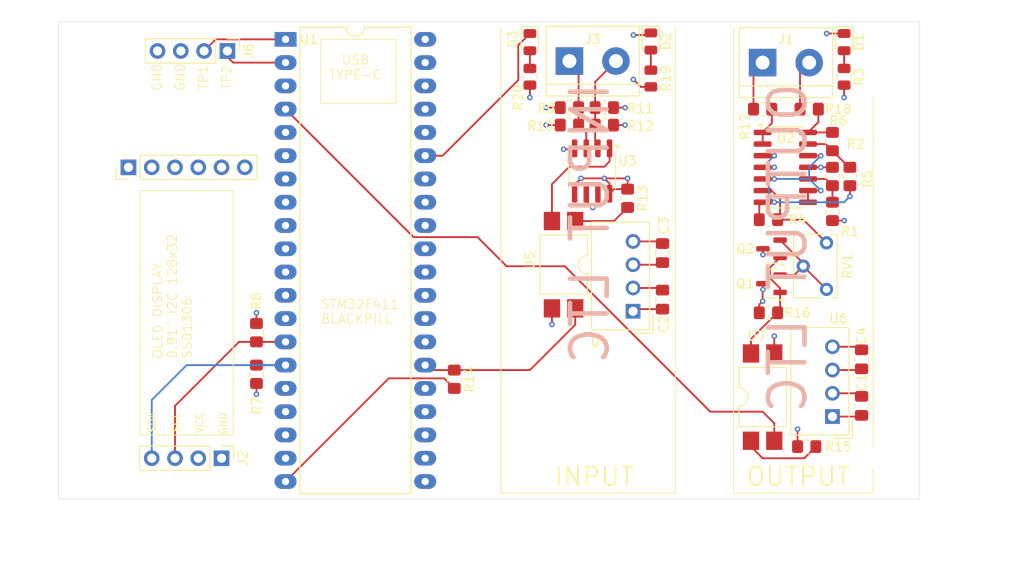
<source format=kicad_pcb>
(kicad_pcb (version 20240108) (generator "pcbnew") (generator_version "8.0")
  (layers (0 "F.Cu" signal) (1 "In1.Cu" power "GND") (2 "In2.Cu" power "VCC") (31 "B.Cu" signal) (34 "B.Paste" user) (35 "F.Paste" user) (36 "B.SilkS" user "B.Silkscreen") (37 "F.SilkS" user "F.Silkscreen") (38 "B.Mask" user) (39 "F.Mask" user) (44 "Edge.Cuts" user))
  (net 0 "")
  (net 1 "GND")
  (net 2 "5V")
  (net 3 "Net-(J1-Pin_1)")
  (net 4 "Net-(J1-Pin_2)")
  (net 5 "I2C1_SCL")
  (net 6 "I2C1_SDA")
  (net 7 "Net-(J3-Pin_2)")
  (net 8 "Net-(J3-Pin_1)")
  (net 13 "VCC_LTC_OUT")
  (net 14 "GND_LTC_OUT")
  (net 15 "Net-(U2C-+)")
  (net 16 "Net-(U2B--)")
  (net 17 "Net-(U2A-+)")
  (net 18 "Net-(U2D--)")
  (net 19 "Net-(R18-Pad1)")
  (net 20 "VCC_LTC_IN")
  (net 21 "GND_LTC_IN")
  (net 22 "Net-(R13-Pad2)")
  (net 23 "LTC_IN")
  (net 24 "3V3")
  (net 25 "Net-(R15-Pad2)")
  (net 26 "Net-(U2A--)")
  (net 40 "LTC_OUT")
  (net 45 "TP1")
  (net 47 "TP2")
  (net 56 "Net-(U2B-+)")
  (net 57 "Net-(U3-Pad1)")
  (net 59 "LTC_OUT_ISOLATED2")
  (net 60 "LTC_OUT_ISOLATED1")
  (net 61 "Net-(D1-A)")
  (net 62 "Net-(D2-A)")
  (net 63 "LTC_IN_OK")
  (net 64 "Net-(D3-A)")
  (footprint "Package_SO:SOIC-14_3.9x8.7mm_P1.27mm" (layer "F.Cu") (at 101.535 54.61)
    (property "Reference" "U2")
    (property "Value" "LM2902")
  )
  (footprint "Resistor_SMD:R_0805_2012Metric_Pad1.20x1.40mm_HandSolder" (layer "F.Cu") (at 77.97 49.9975 180)
    (property "Reference" "R10")
    (property "Value" "10k")
  )
  (footprint "MountingHole:MountingHole_3.2mm_M3" (layer "F.Cu") (at 112.395 86.36)
    (property "Reference" "H9" (hide yes))
    (property "Value" "MountingHole")
  )
  (footprint "Capacitor_SMD:C_0805_2012Metric_Pad1.18x1.45mm_HandSolder" (layer "F.Cu") (at 88.13 69.0475 -90)
    (property "Reference" "C2")
    (property "Value" "1uF 50V")
  )
  (footprint "Resistor_SMD:R_0805_2012Metric_Pad1.20x1.40mm_HandSolder" (layer "F.Cu") (at 99.695 70.485)
    (property "Reference" "R16")
    (property "Value" "1k")
  )
  (footprint "Resistor_SMD:R_0805_2012Metric" (layer "F.Cu") (at 107.95 44.7275 -90)
    (property "Reference" "R3")
    (property "Value" "150")
  )
  (footprint "Resistor_SMD:R_0805_2012Metric_Pad1.20x1.40mm_HandSolder" (layer "F.Cu") (at 81.78 49.9975 180)
    (property "Reference" "R12")
    (property "Value" "10k")
  )
  (footprint "Potentiometer_THT:Potentiometer_Bourns_3266W_Vertical" (layer "F.Cu") (at 106.03 67.93 -90)
    (property "Reference" "RV1")
    (property "Value" "10k (5k)")
  )
  (footprint "Capacitor_SMD:C_0805_2012Metric_Pad1.18x1.45mm_HandSolder" (layer "F.Cu") (at 88.13 63.9675 -90)
    (property "Reference" "C3")
    (property "Value" "100n")
  )
  (footprint "Connector_PinHeader_2.54mm:PinHeader_1x04_P2.54mm_Vertical" (layer "F.Cu") (at 40.64 41.91 -90)
    (property "Reference" "J6")
    (property "Value" "TEST")
  )
  (footprint "MountingHole:MountingHole_3.2mm_M3" (layer "F.Cu") (at 67.945 86.36)
    (property "Reference" "H4" (hide yes))
    (property "Value" "MountingHole")
  )
  (footprint "Resistor_SMD:R_0805_2012Metric_Pad1.20x1.40mm_HandSolder" (layer "F.Cu") (at 106.68 51.8 90)
    (property "Reference" "R6")
    (property "Value" "1k")
  )
  (footprint "MountingHole:MountingHole_3.2mm_M3" (layer "F.Cu") (at 92.71 86.36)
    (property "Reference" "H10" (hide yes))
    (property "Value" "MountingHole")
  )
  (footprint "LED_SMD:LED_0805_2012Metric" (layer "F.Cu") (at 86.86 40.8775 -90)
    (property "Reference" "D2")
    (property "Value" "NCD0805R1")
  )
  (footprint "Package_DIP:SMDIP-4_W9.53mm" (layer "F.Cu") (at 99.06 79.69 90)
    (property "Reference" "U7")
    (property "Value" "LTV-817S")
  )
  (footprint "Resistor_SMD:R_0805_2012Metric_Pad1.20x1.40mm_HandSolder" (layer "F.Cu") (at 43.815 72.66 -90)
    (property "Reference" "R8")
    (property "Value" "3k3")
  )
  (footprint "LED_SMD:LED_0805_2012Metric" (layer "F.Cu") (at 73.66 40.9425 -90)
    (property "Reference" "D3")
    (property "Value" "NCD0805R1")
  )
  (footprint "Resistor_SMD:R_0805_2012Metric_Pad1.20x1.40mm_HandSolder" (layer "F.Cu") (at 108.585 55.61 90)
    (property "Reference" "R5")
    (property "Value" "1K")
  )
  (footprint "Capacitor_SMD:C_0805_2012Metric_Pad1.18x1.45mm_HandSolder" (layer "F.Cu") (at 109.855 80.645 -90)
    (property "Reference" "C1")
    (property "Value" "1uF 50V")
  )
  (footprint "Resistor_SMD:R_0805_2012Metric_Pad1.20x1.40mm_HandSolder" (layer "F.Cu") (at 81.78 48.0925)
    (property "Reference" "R11")
    (property "Value" "10k")
  )
  (footprint "Connector_PinHeader_2.54mm:PinHeader_1x06_P2.54mm_Vertical" (layer "F.Cu") (at 29.845 54.61 90)
    (property "Reference" "J4" (hide yes))
    (property "Value" "OLED SUPPORT")
  )
  (footprint "Converter_DCDC:Converter_DCDC_TRACO_TME_03xxS_05xxS_12xxS_Single_THT" (layer "F.Cu") (at 106.68 81.8125 180)
    (property "Reference" "U6")
    (property "Value" "B0505S-1W")
  )
  (footprint "MountingHole:MountingHole_3.2mm_M3" (layer "F.Cu") (at 26.035 43.18)
    (property "Reference" "H1" (hide yes))
    (property "Value" "MountingHole")
  )
  (footprint "Resistor_SMD:R_0805_2012Metric" (layer "F.Cu") (at 86.86 44.9175 -90)
    (property "Reference" "R19")
    (property "Value" "150")
  )
  (footprint "Resistor_SMD:R_0805_2012Metric_Pad1.20x1.40mm_HandSolder" (layer "F.Cu") (at 106.68 55.61 90)
    (property "Reference" "R2")
    (property "Value" "10k")
  )
  (footprint "Connector_PinHeader_2.54mm:PinHeader_1x04_P2.54mm_Vertical" (layer "F.Cu") (at 40.005 86.36 -90)
    (property "Reference" "J2")
    (property "Value" "OLED")
  )
  (footprint "LED_SMD:LED_0805_2012Metric" (layer "F.Cu") (at 107.95 40.9425 -90)
    (property "Reference" "D1")
    (property "Value" "NCD0805R1")
  )
  (footprint "Resistor_SMD:R_0805_2012Metric_Pad1.20x1.40mm_HandSolder" (layer "F.Cu") (at 77.97 48.0925)
    (property "Reference" "R9")
    (property "Value" "10k")
  )
  (footprint "Package_TO_SOT_SMD:SOT-23" (layer "F.Cu") (at 100.0275 63.5 180)
    (property "Reference" "Q2")
    (property "Value" "MMBT3906")
  )
  (footprint "Converter_DCDC:Converter_DCDC_TRACO_TME_03xxS_05xxS_12xxS_Single_THT" (layer "F.Cu") (at 84.92 70.3175 180)
    (property "Reference" "U4")
    (property "Value" "B0505S-1W")
  )
  (footprint "Capacitor_SMD:C_0805_2012Metric_Pad1.18x1.45mm_HandSolder" (layer "F.Cu") (at 109.855 75.565 -90)
    (property "Reference" "C4")
    (property "Value" "100n")
  )
  (footprint "MountingHole:MountingHole_3.2mm_M3" (layer "F.Cu") (at 92.71 43.18)
    (property "Reference" "H8" (hide yes))
    (property "Value" "MountingHole")
  )
  (footprint "Package_TO_SOT_SMD:SOT-23" (layer "F.Cu") (at 100.0275 67.31 180)
    (property "Reference" "Q1")
    (property "Value" "MMBT3904")
  )
  (footprint "Resistor_SMD:R_0805_2012Metric_Pad1.20x1.40mm_HandSolder" (layer "F.Cu") (at 43.815 77.2 90)
    (property "Reference" "R7")
    (property "Value" "3k3")
  )
  (footprint "TerminalBlock:TerminalBlock_bornier-2_P5.08mm" (layer "F.Cu") (at 77.97 43.0125)
    (property "Reference" "J3")
    (property "Value" "INPUT")
  )
  (footprint "Resistor_SMD:R_0805_2012Metric_Pad1.20x1.40mm_HandSolder" (layer "F.Cu") (at 65.405 77.74 -90)
    (property "Reference" "R14")
    (property "Value" "1k")
  )
  (footprint "MountingHole:MountingHole_3.2mm_M3" (layer "F.Cu") (at 67.945 43.18)
    (property "Reference" "H6" (hide yes))
    (property "Value" "MountingHole")
  )
  (footprint "TerminalBlock:TerminalBlock_bornier-2_P5.08mm" (layer "F.Cu") (at 99.06 43.18)
    (property "Reference" "J1")
    (property "Value" "OUTPUT")
  )
  (footprint "Resistor_SMD:R_0805_2012Metric_Pad1.20x1.40mm_HandSolder" (layer "F.Cu") (at 99.695 60.325 180)
    (property "Reference" "R4")
    (property "Value" "1k")
  )
  (footprint "Resistor_SMD:R_0805_2012Metric_Pad1.20x1.40mm_HandSolder" (layer "F.Cu") (at 104.14 48.26 180)
    (property "Reference" "R18")
    (property "Value" "100")
  )
  (footprint "Resistor_SMD:R_0805_2012Metric_Pad1.20x1.40mm_HandSolder" (layer "F.Cu") (at 99.06 48.26 180)
    (property "Reference" "R17")
    (property "Value" "100")
  )
  (footprint "Resistor_SMD:R_0805_2012Metric_Pad1.20x1.40mm_HandSolder" (layer "F.Cu") (at 106.68 59.42 90)
    (property "Reference" "R1")
    (property "Value" "10k")
  )
  (footprint "Package_DIP:SMDIP-4_W9.53mm" (layer "F.Cu") (at 77.335 65.2375 -90)
    (property "Reference" "U5")
    (property "Value" "LTV-817S")
  )
  (footprint "Resistor_SMD:R_0805_2012Metric" (layer "F.Cu") (at 73.66 44.7275 -90)
    (property "Reference" "R20")
    (property "Value" "150")
  )
  (footprint "Package_SO:SOIC-8_3.9x4.9mm_P1.27mm" (layer "F.Cu") (at 80.445 55.0125 -90)
    (property "Reference" "U3")
    (property "Value" "LM2903")
  )
  (footprint "Package_DIP:DIP-40_W15.24mm_LongPads" (layer "F.Cu") (at 46.99 40.64)
    (property "Reference" "U1")
    (property "Value" "STM32F4x1Cx_v2.0+")
  )
  (footprint "Resistor_SMD:R_0805_2012Metric_Pad1.20x1.40mm_HandSolder" (layer "F.Cu") (at 103.87 85.09)
    (property "Reference" "R15")
    (property "Value" "330")
  )
  (footprint "Resistor_SMD:R_0805_2012Metric_Pad1.20x1.40mm_HandSolder" (layer "F.Cu") (at 84.32 57.99 -90)
    (property "Reference" "R13")
    (property "Value" "330")
  )
  (footprint "MountingHole:MountingHole_3.2mm_M3" (layer "F.Cu") (at 112.395 43.18)
    (property "Reference" "H2" (hide yes))
    (property "Value" "MountingHole")
  )
  (footprint "MountingHole:MountingHole_3.2mm_M3" (layer "F.Cu") (at 26.035 86.36)
    (property "Reference" "H5" (hide yes))
    (property "Value" "MountingHole")
  )
  (gr_line (start 111.125 90.17) (end 95.885 90.17) (stroke (width 0.1)) (layer "F.SilkS"))
  (gr_line (start 111.125 87.63) (end 111.125 90.17) (stroke (width 0.1)) (layer "F.SilkS"))
  (gr_line (start 70.485 90.17) (end 89.535 90.17) (stroke (width 0.1)) (layer "F.SilkS"))
  (gr_line (start 89.535 39.37) (end 89.535 90.17) (stroke (width 0.1)) (layer "F.SilkS"))
  (gr_rect (start 50.8 40.64) (end 59.055 47.625) (stroke (width 0.1)) (fill none) (layer "F.SilkS"))
  (gr_line (start 111.125 46.99) (end 111.125 85.09) (stroke (width 0.1)) (layer "F.SilkS"))
  (gr_line (start 70.485 39.37) (end 70.485 90.17) (stroke (width 0.1)) (layer "F.SilkS"))
  (gr_rect (start 31.115 57.15) (end 41.275 83.82) (stroke (width 0.1)) (fill none) (layer "F.SilkS"))
  (gr_line (start 95.885 39.37) (end 95.885 90.17) (stroke (width 0.1)) (layer "F.SilkS"))
  (gr_rect (start 22.225 38.735) (end 116.205 90.805) (stroke (width 0.05)) (fill none) (layer "Edge.Cuts"))
  (gr_text "INPUT LTC" (at 82.55 45.085 90) (layer "B.SilkS") (effects (font (size 4 4) (thickness 0.5) (bold yes)) (justify left bottom mirror)))
  (gr_text "OUTPUT LTC" (at 104.14 45.085 90) (layer "B.SilkS") (effects (font (size 4 4) (thickness 0.5) (bold yes)) (justify left bottom mirror)))
  (gr_text "OUTPUT" (at 97.155 89.535 0) (layer "F.SilkS") (effects (font (size 2 2) (thickness 0.2) (bold yes)) (justify left bottom)))
  (gr_text "SDA\n\nSCL\n\nVCC\n\nGND" (at 40.64 81.28 90) (layer "F.SilkS") (effects (font (size 0.8 0.8) (thickness 0.1)) (justify right bottom)))
  (gr_text "USB\nTYPE-C" (at 54.61 45.085 0) (layer "F.SilkS") (effects (font (size 1 1) (thickness 0.1)) (justify bottom)))
  (gr_text "STM32F411\nBLACKPILL" (at 50.8 71.755 0) (layer "F.SilkS") (effects (font (size 1 1) (thickness 0.1)) (justify left bottom)))
  (gr_text "GND" (at 36.068 46.355 90) (layer "F.SilkS") (effects (font (size 1 1) (thickness 0.1)) (justify left bottom)))
  (gr_text "TP1" (at 38.608 46.228 90) (layer "F.SilkS") (effects (font (size 1 1) (thickness 0.1)) (justify left bottom)))
  (gr_text "INPUT" (at 76.2 89.535 0) (layer "F.SilkS") (effects (font (size 2 2) (thickness 0.2) (bold yes)) (justify left bottom)))
  (gr_text "OLED DISPLAY\n0.91{dblquote} I2C 128x32\nSSD1306" (at 36.83 75.565 90) (layer "F.SilkS") (effects (font (size 1 1) (thickness 0.1)) (justify left bottom)))
  (gr_text "TP2" (at 41.148 46.228 90) (layer "F.SilkS") (effects (font (size 1 1) (thickness 0.1)) (justify left bottom)))
  (gr_text "GND" (at 33.528 46.355 90) (layer "F.SilkS") (effects (font (size 1 1) (thickness 0.1)) (justify left bottom)))
  (segment (start 85.1525 70.085) (end 84.92 70.3175) (width 0.2) (layer "F.Cu") (net 1))
  (segment (start 76.065 71.755) (end 76.065 70.0025) (width 0.2) (layer "F.Cu") (net 1))
  (segment (start 109.725 81.8125) (end 109.855 81.6825) (width 0.2) (layer "F.Cu") (net 1))
  (segment (start 88.13 70.085) (end 85.1525 70.085) (width 0.2) (layer "F.Cu") (net 1))
  (segment (start 106.68 81.8125) (end 109.725 81.8125) (width 0.2) (layer "F.Cu") (net 1))
  (via (at 76.065 71.755) (size 0.6) (drill 0.3) (layers "F.Cu" "B.Cu") (net 1))
  (segment (start 87.8975 67.7775) (end 88.13 68.01) (width 0.2) (layer "F.Cu") (net 2))
  (segment (start 109.52 79.2725) (end 109.855 79.6075) (width 0.2) (layer "F.Cu") (net 2))
  (segment (start 102.87 85.09) (end 102.87 83.185) (width 0.2) (layer "F.Cu") (net 2))
  (segment (start 106.68 79.2725) (end 109.52 79.2725) (width 0.2) (layer "F.Cu") (net 2))
  (segment (start 43.815 71.66) (end 43.815 70.485) (width 0.2) (layer "F.Cu") (net 2))
  (segment (start 73.66 46.99) (end 73.66 45.64) (width 0.2) (layer "F.Cu") (net 2))
  (segment (start 43.815 78.2) (end 43.815 79.375) (width 0.2) (layer "F.Cu") (net 2))
  (segment (start 84.92 67.7775) (end 87.8975 67.7775) (width 0.2) (layer "F.Cu") (net 2))
  (via (at 102.87 83.185) (size 0.6) (drill 0.3) (layers "F.Cu" "B.Cu") (net 2))
  (via (at 43.815 70.485) (size 0.6) (drill 0.3) (layers "F.Cu" "B.Cu") (net 2))
  (via (at 73.66 46.99) (size 0.6) (drill 0.3) (layers "F.Cu" "B.Cu") (net 2))
  (via (at 43.815 79.375) (size 0.6) (drill 0.3) (layers "F.Cu" "B.Cu") (net 2))
  (segment (start 98.06 48.26) (end 98.06 44.18) (width 0.2) (layer "F.Cu") (net 3))
  (segment (start 98.06 44.18) (end 99.06 43.18) (width 0.2) (layer "F.Cu") (net 3))
  (segment (start 103.14 44.18) (end 104.14 43.18) (width 0.2) (layer "F.Cu") (net 4))
  (segment (start 103.14 48.26) (end 103.14 44.18) (width 0.2) (layer "F.Cu") (net 4))
  (segment (start 43.815 73.66) (end 46.99 73.66) (width 0.2) (layer "F.Cu") (net 5))
  (segment (start 41.91 73.66) (end 43.815 73.66) (width 0.2) (layer "F.Cu") (net 5))
  (segment (start 34.925 80.645) (end 41.91 73.66) (width 0.2) (layer "F.Cu") (net 5))
  (segment (start 34.925 86.36) (end 34.925 80.645) (width 0.2) (layer "F.Cu") (net 5))
  (segment (start 43.815 76.2) (end 46.99 76.2) (width 0.2) (layer "F.Cu") (net 6))
  (segment (start 32.385 86.36) (end 32.385 80.01) (width 0.2) (layer "B.Cu") (net 6))
  (segment (start 32.385 80.01) (end 36.195 76.2) (width 0.2) (layer "B.Cu") (net 6))
  (segment (start 46.99 76.2) (end 36.195 76.2) (width 0.2) (layer "B.Cu") (net 6))
  (segment (start 80.78 49.9975) (end 80.78 52.2375) (width 0.2) (layer "F.Cu") (net 7))
  (segment (start 80.78 48.0925) (end 80.78 45.2825) (width 0.2) (layer "F.Cu") (net 7))
  (segment (start 80.78 48.0925) (end 80.78 49.9975) (width 0.2) (layer "F.Cu") (net 7))
  (segment (start 80.78 52.2375) (end 81.08 52.5375) (width 0.2) (layer "F.Cu") (net 7))
  (segment (start 80.78 45.2825) (end 83.05 43.0125) (width 0.2) (layer "F.Cu") (net 7))
  (segment (start 78.97 44.0125) (end 77.97 43.0125) (width 0.2) (layer "F.Cu") (net 8))
  (segment (start 79.81 50.8375) (end 79.81 52.5375) (width 0.2) (layer "F.Cu") (net 8))
  (segment (start 78.97 48.0925) (end 78.97 44.0125) (width 0.2) (layer "F.Cu") (net 8))
  (segment (start 78.97 49.9975) (end 79.81 50.8375) (width 0.2) (layer "F.Cu") (net 8))
  (segment (start 78.97 48.0925) (end 78.97 49.9975) (width 0.2) (layer "F.Cu") (net 8))
  (segment (start 77.97 43.0125) (end 79.24 44.2825) (width 0.2) (layer "F.Cu") (net 8))
  (segment (start 100.33 54.61) (end 99.06 54.61) (width 0.2) (layer "F.Cu") (net 13))
  (segment (start 106.68 60.42) (end 107.95 60.42) (width 0.2) (layer "F.Cu") (net 13))
  (segment (start 99.06 67.975) (end 99.09 67.945) (width 0.2) (layer "F.Cu") (net 13))
  (segment (start 109.52 74.1925) (end 109.855 74.5275) (width 0.2) (layer "F.Cu") (net 13))
  (segment (start 98.695 70.485) (end 98.695 69.58) (width 0.2) (layer "F.Cu") (net 13))
  (segment (start 98.695 69.58) (end 99.06 69.215) (width 0.2) (layer "F.Cu") (net 13))
  (segment (start 107.95 45.64) (end 107.95 46.99) (width 0.2) (layer "F.Cu") (net 13))
  (segment (start 107.87 45.72) (end 107.95 45.64) (width 0.2) (layer "F.Cu") (net 13))
  (segment (start 106.68 74.1925) (end 109.52 74.1925) (width 0.2) (layer "F.Cu") (net 13))
  (segment (start 99.06 69.215) (end 99.06 67.975) (width 0.2) (layer "F.Cu") (net 13))
  (segment (start 99.09 67.945) (end 99.09 67.31) (width 0.2) (layer "F.Cu") (net 13))
  (via (at 107.95 46.99) (size 0.6) (drill 0.3) (layers "F.Cu" "B.Cu") (net 13))
  (via (at 99.06 69.215) (size 0.6) (drill 0.3) (layers "F.Cu" "B.Cu") (net 13))
  (via (at 107.95 60.42) (size 0.6) (drill 0.3) (layers "F.Cu" "B.Cu") (net 13))
  (via (at 99.09 67.945) (size 0.6) (drill 0.3) (layers "F.Cu" "B.Cu") (net 13))
  (via (at 100.33 54.61) (size 0.6) (drill 0.3) (layers "F.Cu" "B.Cu") (net 13))
  (segment (start 99.09 64.135) (end 99.09 63.5) (width 0.2) (layer "F.Cu") (net 14))
  (segment (start 105.41 54.61) (end 106.68 54.61) (width 0.2) (layer "F.Cu") (net 14))
  (segment (start 104.01 54.61) (end 105.41 54.61) (width 0.2) (layer "F.Cu") (net 14))
  (segment (start 100.33 74.925) (end 100.33 73.025) (width 0.2) (layer "F.Cu") (net 14))
  (segment (start 106.68 76.7325) (end 109.725 76.7325) (width 0.2) (layer "F.Cu") (net 14))
  (segment (start 109.725 76.7325) (end 109.855 76.6025) (width 0.2) (layer "F.Cu") (net 14))
  (segment (start 106.045 40.005) (end 107.95 40.005) (width 0.2) (layer "F.Cu") (net 14))
  (via (at 99.09 64.135) (size 0.6) (drill 0.3) (layers "F.Cu" "B.Cu") (net 14))
  (via (at 100.33 73.025) (size 0.6) (drill 0.3) (layers "F.Cu" "B.Cu") (net 14))
  (via (at 106.045 40.005) (size 0.6) (drill 0.3) (layers "F.Cu" "B.Cu") (net 14))
  (via (at 105.41 54.61) (size 0.6) (drill 0.3) (layers "F.Cu" "B.Cu") (net 14))
  (segment (start 104.01 55.88) (end 105.95 55.88) (width 0.2) (layer "F.Cu") (net 15))
  (segment (start 105.95 55.88) (end 106.68 56.61) (width 0.2) (layer "F.Cu") (net 15))
  (segment (start 106.68 56.61) (end 106.68 58.42) (width 0.2) (layer "F.Cu") (net 15))
  (segment (start 103.505 60.325) (end 106.03 62.85) (width 0.2) (layer "F.Cu") (net 16))
  (segment (start 100.695 60.325) (end 103.505 60.325) (width 0.2) (layer "F.Cu") (net 16))
  (segment (start 100.034999 57.15) (end 100.965 58.080001) (width 0.2) (layer "F.Cu") (net 16))
  (segment (start 99.06 57.15) (end 100.034999 57.15) (width 0.2) (layer "F.Cu") (net 16))
  (segment (start 100.965 60.055) (end 100.695 60.325) (width 0.2) (layer "F.Cu") (net 16))
  (segment (start 100.965 58.080001) (end 100.965 60.055) (width 0.2) (layer "F.Cu") (net 16))
  (segment (start 108.585 57.785) (end 108.585 56.61) (width 0.2) (layer "F.Cu") (net 17))
  (segment (start 98.695 58.785) (end 98.695 60.325) (width 0.2) (layer "F.Cu") (net 17))
  (segment (start 99.06 58.42) (end 98.695 58.785) (width 0.2) (layer "F.Cu") (net 17))
  (via (at 108.585 57.785) (size 0.6) (drill 0.3) (layers "F.Cu" "B.Cu") (net 17))
  (via (at 100.33 53.34) (size 0.6) (drill 0.3) (layers "F.Cu" "B.Cu") (net 17))
  (via (at 100.33 58.42) (size 0.6) (drill 0.3) (layers "F.Cu" "B.Cu") (net 17))
  (segment (start 99.73 53.94) (end 99.73 57.82) (width 0.2) (layer "B.Cu") (net 17))
  (segment (start 100.33 53.34) (end 99.73 53.94) (width 0.2) (layer "B.Cu") (net 17))
  (segment (start 107.95 58.42) (end 108.585 57.785) (width 0.2) (layer "B.Cu") (net 17))
  (segment (start 99.73 57.82) (end 100.33 58.42) (width 0.2) (layer "B.Cu") (net 17))
  (segment (start 100.33 58.42) (end 107.95 58.42) (width 0.2) (layer "B.Cu") (net 17))
  (segment (start 105.95 52.07) (end 106.68 52.8) (width 0.2) (layer "F.Cu") (net 18))
  (segment (start 104.01 52.07) (end 105.95 52.07) (width 0.2) (layer "F.Cu") (net 18))
  (segment (start 106.68 52.8) (end 108.49 54.61) (width 0.2) (layer "F.Cu") (net 18))
  (segment (start 108.49 54.61) (end 108.585 54.61) (width 0.2) (layer "F.Cu") (net 18))
  (segment (start 105.14 49.67) (end 105.14 48.26) (width 0.2) (layer "F.Cu") (net 19))
  (segment (start 104.01 50.8) (end 106.68 50.8) (width 0.2) (layer "F.Cu") (net 19))
  (segment (start 104.01 50.8) (end 105.14 49.67) (width 0.2) (layer "F.Cu") (net 19))
  (segment (start 79.24 55.815) (end 78.54 56.515) (width 0.2) (layer "F.Cu") (net 20))
  (segment (start 84.32 56.99) (end 82.8475 56.99) (width 0.2) (layer "F.Cu") (net 20))
  (segment (start 82.8475 56.99) (end 82.35 57.4875) (width 0.2) (layer "F.Cu") (net 20))
  (segment (start 87.8975 62.6975) (end 88.13 62.93) (width 0.2) (layer "F.Cu") (net 20))
  (segment (start 82.35 56.385) (end 81.78 55.815) (width 0.2) (layer "F.Cu") (net 20))
  (segment (start 79.24 55.815) (end 81.78 55.815) (width 0.2) (layer "F.Cu") (net 20))
  (segment (start 82.35 57.4875) (end 82.35 56.385) (width 0.2) (layer "F.Cu") (net 20))
  (segment (start 84.32 56.99) (end 84.32 55.815) (width 0.2) (layer "F.Cu") (net 20))
  (segment (start 84.92 62.6975) (end 87.8975 62.6975) (width 0.2) (layer "F.Cu") (net 20))
  (segment (start 85.765 45.83) (end 86.86 45.83) (width 0.2) (layer "F.Cu") (net 20))
  (segment (start 84.32 55.815) (end 81.78 55.815) (width 0.2) (layer "F.Cu") (net 20))
  (segment (start 76.97 48.0925) (end 75.43 48.0925) (width 0.2) (layer "F.Cu") (net 20))
  (segment (start 84.955 45.02) (end 85.765 45.83) (width 0.2) (layer "F.Cu") (net 20))
  (segment (start 82.78 49.9975) (end 84.05 49.9975) (width 0.2) (layer "F.Cu") (net 20))
  (segment (start 78.54 56.515) (end 78.54 57.4875) (width 0.2) (layer "F.Cu") (net 20))
  (via (at 84.955 45.02) (size 0.6) (drill 0.3) (layers "F.Cu" "B.Cu") (net 20))
  (via (at 79.24 55.815) (size 0.6) (drill 0.3) (layers "F.Cu" "B.Cu") (net 20))
  (via (at 84.32 55.815) (size 0.6) (drill 0.3) (layers "F.Cu" "B.Cu") (net 20))
  (via (at 84.05 49.9975) (size 0.6) (drill 0.3) (layers "F.Cu" "B.Cu") (net 20))
  (via (at 75.43 48.0925) (size 0.6) (drill 0.3) (layers "F.Cu" "B.Cu") (net 20))
  (via (at 81.78 55.815) (size 0.6) (drill 0.3) (layers "F.Cu" "B.Cu") (net 20))
  (segment (start 79.81 58.29) (end 80.51 58.99) (width 0.2) (layer "F.Cu") (net 21))
  (segment (start 79.81 57.4875) (end 79.81 58.29) (width 0.2) (layer "F.Cu") (net 21))
  (segment (start 87.8975 65.2375) (end 88.13 65.005) (width 0.2) (layer "F.Cu") (net 21))
  (segment (start 77.335 52.64) (end 78.4375 52.64) (width 0.2) (layer "F.Cu") (net 21))
  (segment (start 78.4375 52.64) (end 78.54 52.5375) (width 0.2) (layer "F.Cu") (net 21))
  (segment (start 84.92 65.2375) (end 87.8975 65.2375) (width 0.2) (layer "F.Cu") (net 21))
  (segment (start 84.955 40.17) (end 86.86 40.17) (width 0.2) (layer "F.Cu") (net 21))
  (segment (start 82.78 48.0925) (end 84.05 48.0925) (width 0.2) (layer "F.Cu") (net 21))
  (segment (start 76.97 49.9975) (end 75.43 49.9975) (width 0.2) (layer "F.Cu") (net 21))
  (via (at 80.51 58.99) (size 0.6) (drill 0.3) (layers "F.Cu" "B.Cu") (net 21))
  (via (at 84.05 48.0925) (size 0.6) (drill 0.3) (layers "F.Cu" "B.Cu") (net 21))
  (via (at 77.335 52.64) (size 0.6) (drill 0.3) (layers "F.Cu" "B.Cu") (net 21))
  (via (at 75.43 49.9975) (size 0.6) (drill 0.3) (layers "F.Cu" "B.Cu") (net 21))
  (via (at 84.955 40.17) (size 0.6) (drill 0.3) (layers "F.Cu" "B.Cu") (net 21))
  (segment (start 82.8375 60.4725) (end 84.32 58.99) (width 0.2) (layer "F.Cu") (net 22))
  (segment (start 78.605 60.4725) (end 82.8375 60.4725) (width 0.2) (layer "F.Cu") (net 22))
  (segment (start 78.605 71.795) (end 73.66 76.74) (width 0.2) (layer "F.Cu") (net 23))
  (segment (start 65.405 76.74) (end 62.77 76.74) (width 0.2) (layer "F.Cu") (net 23))
  (segment (start 78.605 70.0025) (end 78.605 71.795) (width 0.2) (layer "F.Cu") (net 23))
  (segment (start 65.405 76.74) (end 73.66 76.74) (width 0.2) (layer "F.Cu") (net 23))
  (segment (start 62.77 76.74) (end 62.23 76.2) (width 0.2) (layer "F.Cu") (net 23))
  (segment (start 65.31 76.835) (end 65.405 76.74) (width 0.2) (layer "F.Cu") (net 23))
  (segment (start 65.405 78.74) (end 64.305 77.64) (width 0.2) (layer "F.Cu") (net 24))
  (segment (start 58.25 77.64) (end 46.99 88.9) (width 0.2) (layer "F.Cu") (net 24))
  (segment (start 64.305 77.64) (end 58.25 77.64) (width 0.2) (layer "F.Cu") (net 24))
  (segment (start 97.79 85.09) (end 99.06 86.36) (width 0.2) (layer "F.Cu") (net 25))
  (segment (start 99.06 86.36) (end 103.6 86.36) (width 0.2) (layer "F.Cu") (net 25))
  (segment (start 97.79 84.455) (end 97.79 85.09) (width 0.2) (layer "F.Cu") (net 25))
  (segment (start 103.6 86.36) (end 104.87 85.09) (width 0.2) (layer "F.Cu") (net 25))
  (segment (start 99.06 50.8) (end 100.06 49.8) (width 0.2) (layer "F.Cu") (net 26))
  (segment (start 100.06 49.8) (end 100.06 48.26) (width 0.2) (layer "F.Cu") (net 26))
  (segment (start 99.06 50.8) (end 99.06 52.07) (width 0.2) (layer "F.Cu") (net 26))
  (segment (start 100.33 82.55) (end 100.33 84.455) (width 0.2) (layer "F.Cu") (net 40))
  (segment (start 46.99 48.26) (end 60.96 62.23) (width 0.2) (layer "F.Cu") (net 40))
  (segment (start 71.12 65.405) (end 67.945 62.23) (width 0.2) (layer "F.Cu") (net 40))
  (segment (start 77.47 65.405) (end 93.345 81.28) (width 0.2) (layer "F.Cu") (net 40))
  (segment (start 93.345 81.28) (end 99.06 81.28) (width 0.2) (layer "F.Cu") (net 40))
  (segment (start 77.47 65.405) (end 71.12 65.405) (width 0.2) (layer "F.Cu") (net 40))
  (segment (start 99.06 81.28) (end 100.33 82.55) (width 0.2) (layer "F.Cu") (net 40))
  (segment (start 60.96 62.23) (end 67.945 62.23) (width 0.2) (layer "F.Cu") (net 40))
  (segment (start 46.99 40.64) (end 39.37 40.64) (width 0.2) (layer "F.Cu") (net 45))
  (segment (start 39.37 40.64) (end 38.1 41.91) (width 0.2) (layer "F.Cu") (net 45))
  (segment (start 46.99 43.18) (end 41.275 43.18) (width 0.2) (layer "F.Cu") (net 47))
  (segment (start 40.64 42.545) (end 40.64 41.91) (width 0.2) (layer "F.Cu") (net 47))
  (segment (start 41.275 43.18) (end 40.64 42.545) (width 0.2) (layer "F.Cu") (net 47))
  (segment (start 104.01 57.15) (end 105.41 57.15) (width 0.2) (layer "F.Cu") (net 56))
  (segment (start 104.01 58.42) (end 104.01 57.15) (width 0.2) (layer "F.Cu") (net 56))
  (segment (start 104.01 53.34) (end 105.41 53.34) (width 0.2) (layer "F.Cu") (net 56))
  (segment (start 99.06 55.88) (end 100.33 55.88) (width 0.2) (layer "F.Cu") (net 56))
  (via (at 105.41 57.15) (size 0.6) (drill 0.3) (layers "F.Cu" "B.Cu") (net 56))
  (via (at 100.33 55.88) (size 0.6) (drill 0.3) (layers "F.Cu" "B.Cu") (net 56))
  (via (at 105.41 53.34) (size 0.6) (drill 0.3) (layers "F.Cu" "B.Cu") (net 56))
  (segment (start 104.14 54.61) (end 104.14 55.88) (width 0.2) (layer "B.Cu") (net 56))
  (segment (start 100.33 55.88) (end 104.14 55.88) (width 0.2) (layer "B.Cu") (net 56))
  (segment (start 105.41 53.34) (end 104.14 54.61) (width 0.2) (layer "B.Cu") (net 56))
  (segment (start 104.14 55.88) (end 105.41 57.15) (width 0.2) (layer "B.Cu") (net 56))
  (segment (start 82.35 52.5375) (end 82.35 53.975) (width 0.2) (layer "F.Cu") (net 57))
  (segment (start 82.35 53.975) (end 81.78 54.545) (width 0.2) (layer "F.Cu") (net 57))
  (segment (start 77.97 54.545) (end 76.065 56.45) (width 0.2) (layer "F.Cu") (net 57))
  (segment (start 76.065 56.45) (end 76.065 60.4725) (width 0.2) (layer "F.Cu") (net 57))
  (segment (start 81.78 54.545) (end 77.97 54.545) (width 0.2) (layer "F.Cu") (net 57))
  (segment (start 100.965 62.55) (end 103.49 65.075) (width 0.2) (layer "F.Cu") (net 59))
  (segment (start 102.52 66.36) (end 103.49 65.39) (width 0.2) (layer "F.Cu") (net 59))
  (segment (start 103.49 65.075) (end 103.49 65.39) (width 0.2) (layer "F.Cu") (net 59))
  (segment (start 100.965 66.36) (end 102.52 66.36) (width 0.2) (layer "F.Cu") (net 59))
  (segment (start 103.49 65.39) (end 106.03 67.93) (width 0.2) (layer "F.Cu") (net 59))
  (segment (start 97.79 73.34) (end 97.79 74.925) (width 0.2) (layer "F.Cu") (net 60))
  (segment (start 100.645 70.485) (end 100.695 70.485) (width 0.2) (layer "F.Cu") (net 60))
  (segment (start 100.965 68.26) (end 100.965 70.215) (width 0.2) (layer "F.Cu") (net 60))
  (segment (start 100.965 67.806948) (end 100.965 68.26) (width 0.2) (layer "F.Cu") (net 60))
  (segment (start 100.965 70.215) (end 100.695 70.485) (width 0.2) (layer "F.Cu") (net 60))
  (segment (start 97.79 73.34) (end 100.645 70.485) (width 0.2) (layer "F.Cu") (net 60))
  (segment (start 99.868052 66.71) (end 100.965 67.806948) (width 0.2) (layer "F.Cu") (net 60))
  (segment (start 100.965 64.45) (end 99.868052 65.546948) (width 0.2) (layer "F.Cu") (net 60))
  (segment (start 99.868052 65.546948) (end 99.868052 66.71) (width 0.2) (layer "F.Cu") (net 60))
  (segment (start 107.95 43.815) (end 107.95 41.88) (width 0.2) (layer "F.Cu") (net 61))
  (segment (start 86.86 42.045) (end 86.86 44.005) (width 0.2) (layer "F.Cu") (net 62))
  (segment (start 72.39 41.275) (end 72.39 45.085) (width 0.2) (layer "F.Cu") (net 63))
  (segment (start 64.135 53.34) (end 62.23 53.34) (width 0.2) (layer "F.Cu") (net 63))
  (segment (start 73.66 40.005) (end 72.39 41.275) (width 0.2) (layer "F.Cu") (net 63))
  (segment (start 73.66 40.222716) (end 73.66 40.005) (width 0.2) (layer "F.Cu") (net 63))
  (segment (start 72.39 45.085) (end 64.135 53.34) (width 0.2) (layer "F.Cu") (net 63))
  (segment (start 73.66 41.88) (end 73.66 43.815) (width 0.2) (layer "F.Cu") (net 64))
)
</source>
